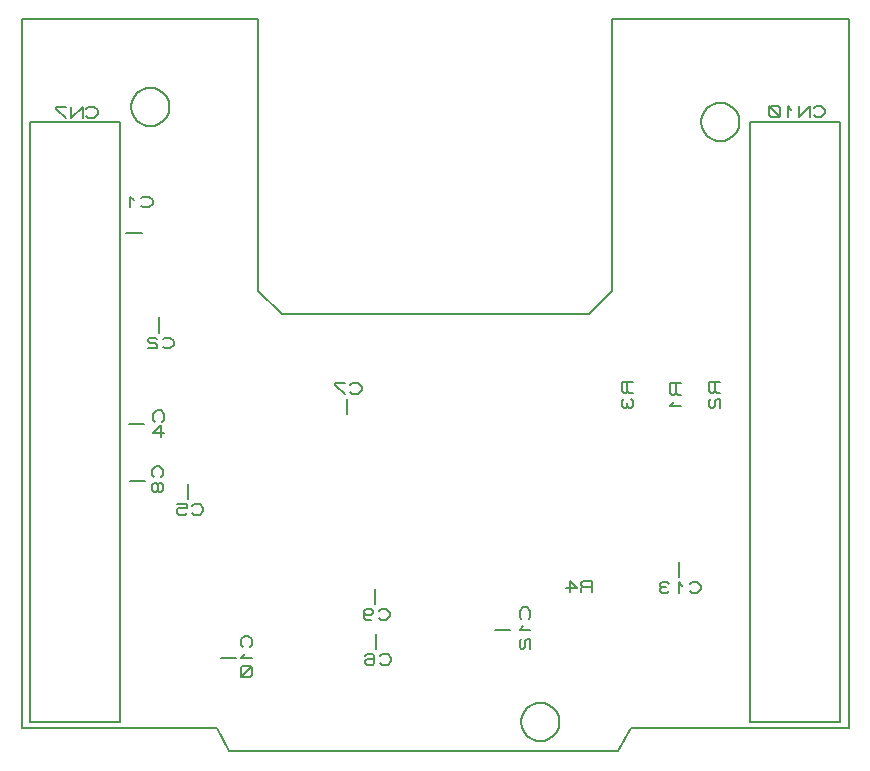
<source format=gbr>
G04 PROTEUS GERBER X2 FILE*
%TF.GenerationSoftware,Labcenter,Proteus,8.12-SP2-Build31155*%
%TF.CreationDate,2024-12-03T23:36:33+00:00*%
%TF.FileFunction,Legend,Bot*%
%TF.FilePolarity,Positive*%
%TF.Part,Single*%
%TF.SameCoordinates,{80aaee04-2193-4ab7-8769-78595995fdec}*%
%FSLAX45Y45*%
%MOMM*%
G01*
%TA.AperFunction,Profile*%
%ADD71C,0.203200*%
%TA.AperFunction,Material*%
%ADD25C,0.203200*%
%ADD26C,0.200000*%
%TD.AperFunction*%
D71*
X+0Y+0D02*
X+1650000Y+0D01*
X+7000000Y+0D02*
X+7000000Y+6000000D01*
X+5000000Y+6000000D01*
X+5000000Y+3700000D01*
X+4800000Y+3500000D01*
X+2200000Y+3500000D01*
X+2000000Y+3700000D02*
X+2000000Y+6000000D01*
X+0Y+6000000D01*
X+0Y+0D01*
X+2000000Y+3700000D02*
X+2200000Y+3500000D01*
X+5160000Y+0D02*
X+7000000Y+0D01*
X+1750000Y-200000D02*
X+5050000Y-200000D01*
X+1650000Y+0D02*
X+1750000Y-200000D01*
X+5160000Y+0D02*
X+5050000Y-200000D01*
X+4550045Y+50000D02*
X+4549508Y+63142D01*
X+4545144Y+89427D01*
X+4536029Y+115712D01*
X+4521182Y+141997D01*
X+4498470Y+168118D01*
X+4472185Y+187898D01*
X+4445900Y+200658D01*
X+4419615Y+208108D01*
X+4393330Y+210987D01*
X+4389000Y+211045D01*
X+4227955Y+50000D02*
X+4228492Y+63142D01*
X+4232856Y+89427D01*
X+4241971Y+115712D01*
X+4256818Y+141997D01*
X+4279530Y+168118D01*
X+4305815Y+187898D01*
X+4332100Y+200658D01*
X+4358385Y+208108D01*
X+4384670Y+210987D01*
X+4389000Y+211045D01*
X+4227955Y+50000D02*
X+4228492Y+36858D01*
X+4232856Y+10573D01*
X+4241971Y-15712D01*
X+4256818Y-41997D01*
X+4279530Y-68118D01*
X+4305815Y-87898D01*
X+4332100Y-100658D01*
X+4358385Y-108108D01*
X+4384670Y-110987D01*
X+4389000Y-111045D01*
X+4550045Y+50000D02*
X+4549508Y+36858D01*
X+4545144Y+10573D01*
X+4536029Y-15712D01*
X+4521182Y-41997D01*
X+4498470Y-68118D01*
X+4472185Y-87898D01*
X+4445900Y-100658D01*
X+4419615Y-108108D01*
X+4393330Y-110987D01*
X+4389000Y-111045D01*
X+6074045Y+5130000D02*
X+6073508Y+5143142D01*
X+6069144Y+5169427D01*
X+6060029Y+5195712D01*
X+6045182Y+5221997D01*
X+6022470Y+5248118D01*
X+5996185Y+5267898D01*
X+5969900Y+5280658D01*
X+5943615Y+5288108D01*
X+5917330Y+5290987D01*
X+5913000Y+5291045D01*
X+5751955Y+5130000D02*
X+5752492Y+5143142D01*
X+5756856Y+5169427D01*
X+5765971Y+5195712D01*
X+5780818Y+5221997D01*
X+5803530Y+5248118D01*
X+5829815Y+5267898D01*
X+5856100Y+5280658D01*
X+5882385Y+5288108D01*
X+5908670Y+5290987D01*
X+5913000Y+5291045D01*
X+5751955Y+5130000D02*
X+5752492Y+5116858D01*
X+5756856Y+5090573D01*
X+5765971Y+5064288D01*
X+5780818Y+5038003D01*
X+5803530Y+5011882D01*
X+5829815Y+4992102D01*
X+5856100Y+4979342D01*
X+5882385Y+4971892D01*
X+5908670Y+4969013D01*
X+5913000Y+4968955D01*
X+6074045Y+5130000D02*
X+6073508Y+5116858D01*
X+6069144Y+5090573D01*
X+6060029Y+5064288D01*
X+6045182Y+5038003D01*
X+6022470Y+5011882D01*
X+5996185Y+4992102D01*
X+5969900Y+4979342D01*
X+5943615Y+4971892D01*
X+5917330Y+4969013D01*
X+5913000Y+4968955D01*
X+1248045Y+5257000D02*
X+1247508Y+5270142D01*
X+1243144Y+5296427D01*
X+1234029Y+5322712D01*
X+1219182Y+5348997D01*
X+1196470Y+5375118D01*
X+1170185Y+5394898D01*
X+1143900Y+5407658D01*
X+1117615Y+5415108D01*
X+1091330Y+5417987D01*
X+1087000Y+5418045D01*
X+925955Y+5257000D02*
X+926492Y+5270142D01*
X+930856Y+5296427D01*
X+939971Y+5322712D01*
X+954818Y+5348997D01*
X+977530Y+5375118D01*
X+1003815Y+5394898D01*
X+1030100Y+5407658D01*
X+1056385Y+5415108D01*
X+1082670Y+5417987D01*
X+1087000Y+5418045D01*
X+925955Y+5257000D02*
X+926492Y+5243858D01*
X+930856Y+5217573D01*
X+939971Y+5191288D01*
X+954818Y+5165003D01*
X+977530Y+5138882D01*
X+1003815Y+5119102D01*
X+1030100Y+5106342D01*
X+1056385Y+5098892D01*
X+1082670Y+5096013D01*
X+1087000Y+5095955D01*
X+1248045Y+5257000D02*
X+1247508Y+5243858D01*
X+1243144Y+5217573D01*
X+1234029Y+5191288D01*
X+1219182Y+5165003D01*
X+1196470Y+5138882D01*
X+1170185Y+5119102D01*
X+1143900Y+5106342D01*
X+1117615Y+5098892D01*
X+1091330Y+5096013D01*
X+1087000Y+5095955D01*
D25*
X+70000Y+46000D02*
X+830000Y+46000D01*
X+830000Y+5126000D01*
X+70000Y+5126000D01*
X+70000Y+46000D01*
X+545250Y+5181880D02*
X+561125Y+5166640D01*
X+608750Y+5166640D01*
X+640500Y+5197120D01*
X+640500Y+5227600D01*
X+608750Y+5258080D01*
X+561125Y+5258080D01*
X+545250Y+5242840D01*
X+513500Y+5166640D02*
X+513500Y+5258080D01*
X+418250Y+5166640D01*
X+418250Y+5258080D01*
X+370625Y+5258080D02*
X+291250Y+5258080D01*
X+291250Y+5242840D01*
X+370625Y+5166640D01*
X+6166000Y+50000D02*
X+6926000Y+50000D01*
X+6926000Y+5130000D01*
X+6166000Y+5130000D01*
X+6166000Y+50000D01*
X+6704750Y+5185880D02*
X+6720625Y+5170640D01*
X+6768250Y+5170640D01*
X+6800000Y+5201120D01*
X+6800000Y+5231600D01*
X+6768250Y+5262080D01*
X+6720625Y+5262080D01*
X+6704750Y+5246840D01*
X+6673000Y+5170640D02*
X+6673000Y+5262080D01*
X+6577750Y+5170640D01*
X+6577750Y+5262080D01*
X+6514250Y+5231600D02*
X+6482500Y+5262080D01*
X+6482500Y+5170640D01*
X+6419000Y+5185880D02*
X+6419000Y+5246840D01*
X+6403125Y+5262080D01*
X+6339625Y+5262080D01*
X+6323750Y+5246840D01*
X+6323750Y+5185880D01*
X+6339625Y+5170640D01*
X+6403125Y+5170640D01*
X+6419000Y+5185880D01*
X+6419000Y+5170640D02*
X+6323750Y+5262080D01*
X+5581920Y+2917000D02*
X+5490480Y+2917000D01*
X+5490480Y+2837625D01*
X+5505720Y+2821750D01*
X+5520960Y+2821750D01*
X+5536200Y+2837625D01*
X+5536200Y+2917000D01*
X+5536200Y+2837625D02*
X+5551440Y+2821750D01*
X+5581920Y+2821750D01*
X+5520960Y+2758250D02*
X+5490480Y+2726500D01*
X+5581920Y+2726500D01*
X+5911920Y+2927000D02*
X+5820480Y+2927000D01*
X+5820480Y+2847625D01*
X+5835720Y+2831750D01*
X+5850960Y+2831750D01*
X+5866200Y+2847625D01*
X+5866200Y+2927000D01*
X+5866200Y+2847625D02*
X+5881440Y+2831750D01*
X+5911920Y+2831750D01*
X+5835720Y+2784125D02*
X+5820480Y+2768250D01*
X+5820480Y+2720625D01*
X+5835720Y+2704750D01*
X+5850960Y+2704750D01*
X+5866200Y+2720625D01*
X+5866200Y+2768250D01*
X+5881440Y+2784125D01*
X+5911920Y+2784125D01*
X+5911920Y+2704750D01*
X+5171920Y+2927000D02*
X+5080480Y+2927000D01*
X+5080480Y+2847625D01*
X+5095720Y+2831750D01*
X+5110960Y+2831750D01*
X+5126200Y+2847625D01*
X+5126200Y+2927000D01*
X+5126200Y+2847625D02*
X+5141440Y+2831750D01*
X+5171920Y+2831750D01*
X+5095720Y+2784125D02*
X+5080480Y+2768250D01*
X+5080480Y+2720625D01*
X+5095720Y+2704750D01*
X+5110960Y+2704750D01*
X+5126200Y+2720625D01*
X+5141440Y+2704750D01*
X+5156680Y+2704750D01*
X+5171920Y+2720625D01*
X+5171920Y+2768250D01*
X+5156680Y+2784125D01*
X+5126200Y+2752375D02*
X+5126200Y+2720625D01*
D26*
X+1410000Y+1935000D02*
X+1410000Y+2065000D01*
D25*
X+1441750Y+1818320D02*
X+1457625Y+1803080D01*
X+1505250Y+1803080D01*
X+1537000Y+1833560D01*
X+1537000Y+1864040D01*
X+1505250Y+1894520D01*
X+1457625Y+1894520D01*
X+1441750Y+1879280D01*
X+1314750Y+1894520D02*
X+1394125Y+1894520D01*
X+1394125Y+1864040D01*
X+1330625Y+1864040D01*
X+1314750Y+1848800D01*
X+1314750Y+1818320D01*
X+1330625Y+1803080D01*
X+1378250Y+1803080D01*
X+1394125Y+1818320D01*
D26*
X+1815000Y+590000D02*
X+1685000Y+590000D01*
D25*
X+1931680Y+685250D02*
X+1946920Y+701125D01*
X+1946920Y+748750D01*
X+1916440Y+780500D01*
X+1885960Y+780500D01*
X+1855480Y+748750D01*
X+1855480Y+701125D01*
X+1870720Y+685250D01*
X+1885960Y+621750D02*
X+1855480Y+590000D01*
X+1946920Y+590000D01*
X+1931680Y+526500D02*
X+1870720Y+526500D01*
X+1855480Y+510625D01*
X+1855480Y+447125D01*
X+1870720Y+431250D01*
X+1931680Y+431250D01*
X+1946920Y+447125D01*
X+1946920Y+510625D01*
X+1931680Y+526500D01*
X+1946920Y+526500D02*
X+1855480Y+431250D01*
D26*
X+1160000Y+3345000D02*
X+1160000Y+3475000D01*
D25*
X+1191750Y+3228320D02*
X+1207625Y+3213080D01*
X+1255250Y+3213080D01*
X+1287000Y+3243560D01*
X+1287000Y+3274040D01*
X+1255250Y+3304520D01*
X+1207625Y+3304520D01*
X+1191750Y+3289280D01*
X+1144125Y+3289280D02*
X+1128250Y+3304520D01*
X+1080625Y+3304520D01*
X+1064750Y+3289280D01*
X+1064750Y+3274040D01*
X+1080625Y+3258800D01*
X+1128250Y+3258800D01*
X+1144125Y+3243560D01*
X+1144125Y+3213080D01*
X+1064750Y+3213080D01*
D26*
X+1015000Y+4190000D02*
X+885000Y+4190000D01*
D25*
X+1011750Y+4420720D02*
X+1027625Y+4405480D01*
X+1075250Y+4405480D01*
X+1107000Y+4435960D01*
X+1107000Y+4466440D01*
X+1075250Y+4496920D01*
X+1027625Y+4496920D01*
X+1011750Y+4481680D01*
X+948250Y+4466440D02*
X+916500Y+4496920D01*
X+916500Y+4405480D01*
X+4827000Y+1150480D02*
X+4827000Y+1241920D01*
X+4747625Y+1241920D01*
X+4731750Y+1226680D01*
X+4731750Y+1211440D01*
X+4747625Y+1196200D01*
X+4827000Y+1196200D01*
X+4747625Y+1196200D02*
X+4731750Y+1180960D01*
X+4731750Y+1150480D01*
X+4604750Y+1180960D02*
X+4700000Y+1180960D01*
X+4636500Y+1241920D01*
X+4636500Y+1150480D01*
D26*
X+2990000Y+1045000D02*
X+2990000Y+1175000D01*
D25*
X+3021750Y+928320D02*
X+3037625Y+913080D01*
X+3085250Y+913080D01*
X+3117000Y+943560D01*
X+3117000Y+974040D01*
X+3085250Y+1004520D01*
X+3037625Y+1004520D01*
X+3021750Y+989280D01*
X+2894750Y+974040D02*
X+2910625Y+958800D01*
X+2958250Y+958800D01*
X+2974125Y+974040D01*
X+2974125Y+989280D01*
X+2958250Y+1004520D01*
X+2910625Y+1004520D01*
X+2894750Y+989280D01*
X+2894750Y+928320D01*
X+2910625Y+913080D01*
X+2958250Y+913080D01*
D26*
X+3000000Y+665000D02*
X+3000000Y+795000D01*
D25*
X+3031750Y+548320D02*
X+3047625Y+533080D01*
X+3095250Y+533080D01*
X+3127000Y+563560D01*
X+3127000Y+594040D01*
X+3095250Y+624520D01*
X+3047625Y+624520D01*
X+3031750Y+609280D01*
X+2904750Y+609280D02*
X+2920625Y+624520D01*
X+2968250Y+624520D01*
X+2984125Y+609280D01*
X+2984125Y+548320D01*
X+2968250Y+533080D01*
X+2920625Y+533080D01*
X+2904750Y+548320D01*
X+2904750Y+563560D01*
X+2920625Y+578800D01*
X+2984125Y+578800D01*
D26*
X+2750000Y+2785000D02*
X+2750000Y+2655000D01*
D25*
X+2781750Y+2840720D02*
X+2797625Y+2825480D01*
X+2845250Y+2825480D01*
X+2877000Y+2855960D01*
X+2877000Y+2886440D01*
X+2845250Y+2916920D01*
X+2797625Y+2916920D01*
X+2781750Y+2901680D01*
X+2734125Y+2916920D02*
X+2654750Y+2916920D01*
X+2654750Y+2901680D01*
X+2734125Y+2825480D01*
D26*
X+905000Y+2570000D02*
X+1035000Y+2570000D01*
D25*
X+1189280Y+2591750D02*
X+1204520Y+2607625D01*
X+1204520Y+2655250D01*
X+1174040Y+2687000D01*
X+1143560Y+2687000D01*
X+1113080Y+2655250D01*
X+1113080Y+2607625D01*
X+1128320Y+2591750D01*
X+1174040Y+2464750D02*
X+1174040Y+2560000D01*
X+1113080Y+2496500D01*
X+1204520Y+2496500D01*
D26*
X+915000Y+2090000D02*
X+1045000Y+2090000D01*
D25*
X+1179280Y+2121750D02*
X+1194520Y+2137625D01*
X+1194520Y+2185250D01*
X+1164040Y+2217000D01*
X+1133560Y+2217000D01*
X+1103080Y+2185250D01*
X+1103080Y+2137625D01*
X+1118320Y+2121750D01*
X+1148800Y+2058250D02*
X+1133560Y+2074125D01*
X+1118320Y+2074125D01*
X+1103080Y+2058250D01*
X+1103080Y+2010625D01*
X+1118320Y+1994750D01*
X+1133560Y+1994750D01*
X+1148800Y+2010625D01*
X+1148800Y+2058250D01*
X+1164040Y+2074125D01*
X+1179280Y+2074125D01*
X+1194520Y+2058250D01*
X+1194520Y+2010625D01*
X+1179280Y+1994750D01*
X+1164040Y+1994750D01*
X+1148800Y+2010625D01*
D26*
X+4005000Y+830000D02*
X+4135000Y+830000D01*
D25*
X+4289280Y+925250D02*
X+4304520Y+941125D01*
X+4304520Y+988750D01*
X+4274040Y+1020500D01*
X+4243560Y+1020500D01*
X+4213080Y+988750D01*
X+4213080Y+941125D01*
X+4228320Y+925250D01*
X+4243560Y+861750D02*
X+4213080Y+830000D01*
X+4304520Y+830000D01*
X+4228320Y+750625D02*
X+4213080Y+734750D01*
X+4213080Y+687125D01*
X+4228320Y+671250D01*
X+4243560Y+671250D01*
X+4258800Y+687125D01*
X+4258800Y+734750D01*
X+4274040Y+750625D01*
X+4304520Y+750625D01*
X+4304520Y+671250D01*
D26*
X+5560000Y+1275000D02*
X+5560000Y+1405000D01*
D25*
X+5655250Y+1158320D02*
X+5671125Y+1143080D01*
X+5718750Y+1143080D01*
X+5750500Y+1173560D01*
X+5750500Y+1204040D01*
X+5718750Y+1234520D01*
X+5671125Y+1234520D01*
X+5655250Y+1219280D01*
X+5591750Y+1204040D02*
X+5560000Y+1234520D01*
X+5560000Y+1143080D01*
X+5480625Y+1219280D02*
X+5464750Y+1234520D01*
X+5417125Y+1234520D01*
X+5401250Y+1219280D01*
X+5401250Y+1204040D01*
X+5417125Y+1188800D01*
X+5401250Y+1173560D01*
X+5401250Y+1158320D01*
X+5417125Y+1143080D01*
X+5464750Y+1143080D01*
X+5480625Y+1158320D01*
X+5448875Y+1188800D02*
X+5417125Y+1188800D01*
M02*

</source>
